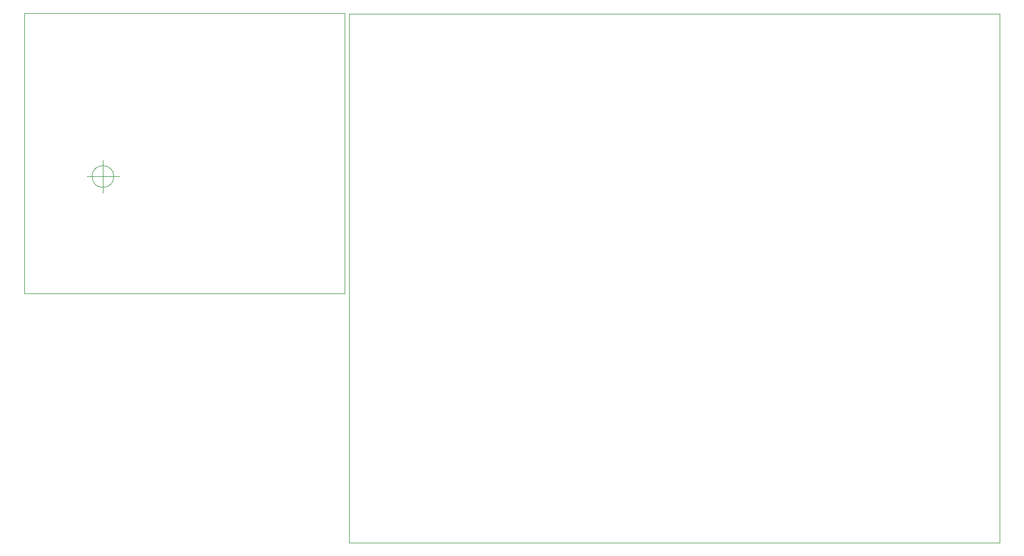
<source format=gbr>
%TF.GenerationSoftware,KiCad,Pcbnew,5.1.10-88a1d61d58~90~ubuntu20.04.1*%
%TF.CreationDate,2021-11-05T17:14:26+01:00*%
%TF.ProjectId,menelaos-v2,6d656e65-6c61-46f7-932d-76322e6b6963,rev?*%
%TF.SameCoordinates,Original*%
%TF.FileFunction,Profile,NP*%
%FSLAX46Y46*%
G04 Gerber Fmt 4.6, Leading zero omitted, Abs format (unit mm)*
G04 Created by KiCad (PCBNEW 5.1.10-88a1d61d58~90~ubuntu20.04.1) date 2021-11-05 17:14:26*
%MOMM*%
%LPD*%
G01*
G04 APERTURE LIST*
%TA.AperFunction,Profile*%
%ADD10C,0.100000*%
%TD*%
%TA.AperFunction,Profile*%
%ADD11C,0.050000*%
%TD*%
G04 APERTURE END LIST*
D10*
X127000000Y-59000000D02*
X127000000Y-60000000D01*
X226500000Y-59000000D02*
X127000000Y-59000000D01*
X226500000Y-59500000D02*
X226500000Y-59000000D01*
X226500000Y-60000000D02*
X226500000Y-59500000D01*
D11*
X90966666Y-83920000D02*
G75*
G03*
X90966666Y-83920000I-1666666J0D01*
G01*
X86800000Y-83920000D02*
X91800000Y-83920000D01*
X89300000Y-81420000D02*
X89300000Y-86420000D01*
X77300000Y-58880000D02*
X126300000Y-58880000D01*
X77300000Y-101880000D02*
X77300000Y-58880000D01*
X126300000Y-58880000D02*
X126300000Y-101880000D01*
X126300000Y-101880000D02*
X77300000Y-101880000D01*
X226500000Y-60000000D02*
X226500000Y-140000000D01*
X226500000Y-140000000D02*
X127000000Y-140000000D01*
X127000000Y-140000000D02*
X127000000Y-60000000D01*
M02*

</source>
